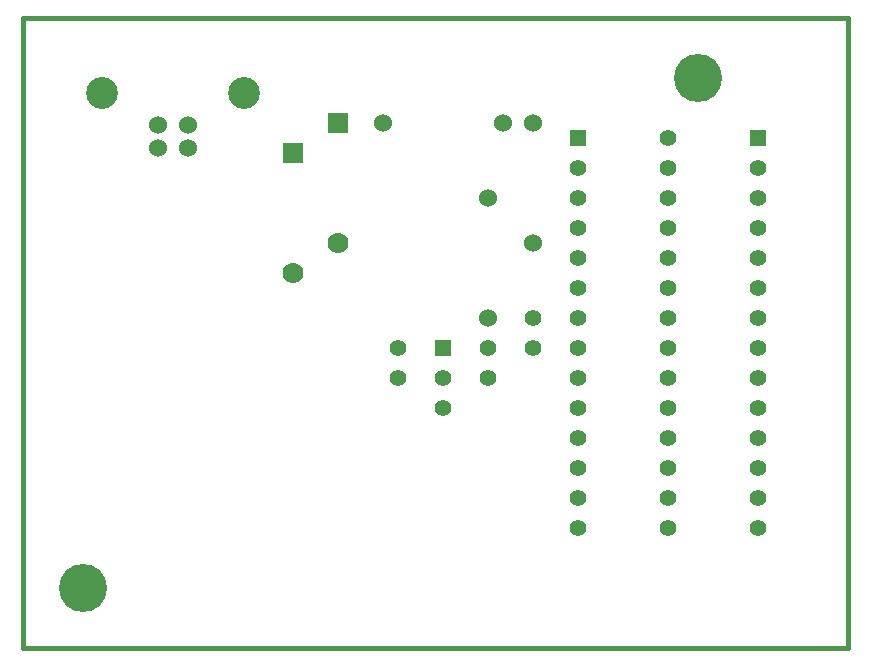
<source format=gtl>
G04 (created by PCBNEW-RS274X (2010-05-09 BZR 2366)-stable) date Mon 06 Sep 2010 10:30:12 PM EDT*
G01*
G70*
G90*
%MOIN*%
G04 Gerber Fmt 3.4, Leading zero omitted, Abs format*
%FSLAX34Y34*%
G04 APERTURE LIST*
%ADD10C,0.006000*%
%ADD11C,0.015000*%
%ADD12C,0.055000*%
%ADD13C,0.070000*%
%ADD14R,0.070000X0.070000*%
%ADD15R,0.055000X0.055000*%
%ADD16C,0.060000*%
%ADD17C,0.106300*%
%ADD18C,0.160000*%
G04 APERTURE END LIST*
G54D10*
G54D11*
X06000Y-27500D02*
X33500Y-27500D01*
X06000Y-06500D02*
X06000Y-27500D01*
X33500Y-06500D02*
X06000Y-06500D01*
X33500Y-27500D02*
X33500Y-06500D01*
G54D12*
X18500Y-18500D03*
X18500Y-17500D03*
X21500Y-18500D03*
X21500Y-17500D03*
X23000Y-16500D03*
X23000Y-17500D03*
G54D13*
X16500Y-14000D03*
G54D14*
X16500Y-10000D03*
G54D13*
X15000Y-15000D03*
G54D14*
X15000Y-11000D03*
G54D12*
X24500Y-11500D03*
X24500Y-12500D03*
X24500Y-13500D03*
X24500Y-14500D03*
X24500Y-15500D03*
X24500Y-16500D03*
X24500Y-17500D03*
X24500Y-18500D03*
X24500Y-19500D03*
X24500Y-20500D03*
X24500Y-21500D03*
X24500Y-22500D03*
X24500Y-23500D03*
G54D15*
X24500Y-10500D03*
G54D12*
X27500Y-23500D03*
X27500Y-22500D03*
X27500Y-21500D03*
X27500Y-20500D03*
X27500Y-19500D03*
X27500Y-18500D03*
X27500Y-17500D03*
X27500Y-16500D03*
X27500Y-15500D03*
X27500Y-14500D03*
X27500Y-13500D03*
X27500Y-12500D03*
X27500Y-11500D03*
X27500Y-10500D03*
G54D16*
X18000Y-10000D03*
X22000Y-10000D03*
X23000Y-14000D03*
X23000Y-10000D03*
X21500Y-16500D03*
X21500Y-12500D03*
G54D15*
X30500Y-10500D03*
G54D12*
X30500Y-11500D03*
X30500Y-12500D03*
X30500Y-13500D03*
X30500Y-14500D03*
X30500Y-15500D03*
X30500Y-16500D03*
X30500Y-17500D03*
X30500Y-18500D03*
X30500Y-19500D03*
X30500Y-20500D03*
X30500Y-21500D03*
X30500Y-22500D03*
X30500Y-23500D03*
G54D15*
X20000Y-17500D03*
G54D12*
X20000Y-18500D03*
X20000Y-19500D03*
G54D16*
X10500Y-10850D03*
X11500Y-10850D03*
X11500Y-10063D03*
X10500Y-10063D03*
G54D17*
X08638Y-09000D03*
X13362Y-09000D03*
G54D18*
X28500Y-08500D03*
X08000Y-25500D03*
M02*

</source>
